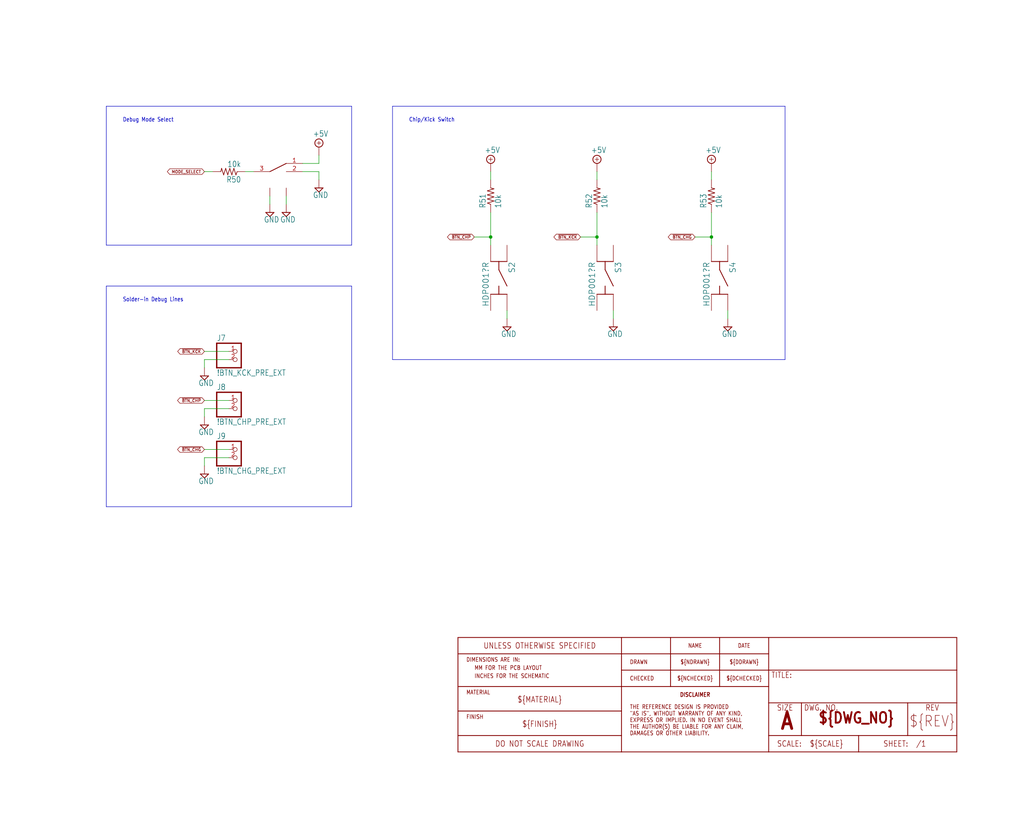
<source format=kicad_sch>
(kicad_sch (version 20230121) (generator eeschema)
  (paper "User" 318.084 254.203)
  (lib_symbols
    (symbol "kicker-eagle-import:CONN-2VERT"
      (property "Reference" "J" (at -6.35 5.715 0))
      (symbol "CONN-2VERT_1_0"
        (polyline (pts (xy -6.35 -2.54) (xy 1.27 -2.54)) (stroke (width 0.4064)))
        (polyline (pts (xy -6.35 5.08) (xy -6.35 -2.54)) (stroke (width 0.4064)))
        (polyline (pts (xy 1.27 -2.54) (xy 1.27 5.08)) (stroke (width 0.4064)))
        (polyline (pts (xy 1.27 5.08) (xy -6.35 5.08)) (stroke (width 0.4064)))
        (pin passive inverted (at -2.54 2.54 0) (length 2.54) (name "1") (number "1"))
        (pin passive inverted (at -2.54 0 0) (length 2.54) (name "2") (number "2"))
      )
    )
    (symbol "kicker-eagle-import:CSS-121XB"
      (symbol "CSS-121XB_1_0"
        (polyline (pts (xy -2.54 0) (xy 2.54 2.54)) (stroke (width 0.254)))
        (pin bidirectional line (at 7.62 2.54 180) (length 5.08) (name "A") (number "1"))
        (pin bidirectional line (at 7.62 0 180) (length 5.08) (name "B") (number "2"))
        (pin bidirectional line (at -7.62 0 0) (length 5.08) (name "COMMON") (number "3"))
      )
      (symbol "CSS-121XB_2_0"
        (pin bidirectional line (at -2.54 -2.54 90) (length 2.54) (name "LEG1") (number "LEG1"))
        (pin bidirectional line (at 2.54 -2.54 90) (length 2.54) (name "LEG2") (number "LEG4"))
      )
    )
    (symbol "kicker-eagle-import:GND" (power)
      (property "Value" "GND" (at -1.905 -3.175 0))
      (symbol "GND_1_0"
        (polyline (pts (xy -1.27 0) (xy 1.27 0)) (stroke (width 0.254)))
        (polyline (pts (xy 0 -1.27) (xy -1.27 0)) (stroke (width 0.254)))
        (polyline (pts (xy 1.27 0) (xy 0 -1.27)) (stroke (width 0.254)))
        (pin power_in line (at 0 2.54 270) (length 2.54) (name "GND") (number "1"))
      )
    )
    (symbol "kicker-eagle-import:HDP001?R"
      (property "Reference" "S" (at -5.08 5.08 0))
      (symbol "HDP001?R_1_0"
        (polyline (pts (xy -5.08 -2.54) (xy -5.08 0)) (stroke (width 0.254)))
        (polyline (pts (xy -5.08 0) (xy -2.54 0)) (stroke (width 0.254)))
        (polyline (pts (xy -5.08 2.54) (xy -5.08 0)) (stroke (width 0.254)))
        (polyline (pts (xy -2.54 0) (xy 2.54 2.54)) (stroke (width 0.254)))
        (polyline (pts (xy 5.08 -2.54) (xy 5.08 0)) (stroke (width 0.254)))
        (polyline (pts (xy 5.08 0) (xy 2.54 0)) (stroke (width 0.254)))
        (polyline (pts (xy 5.08 2.54) (xy 5.08 0)) (stroke (width 0.254)))
        (pin bidirectional line (at -10.16 2.54 0) (length 5.08) (name "A1") (number "A"))
        (pin bidirectional line (at 10.16 2.54 180) (length 5.08) (name "B1") (number "B"))
        (pin bidirectional line (at -10.16 -2.54 0) (length 5.08) (name "A2") (number "C"))
        (pin bidirectional line (at 10.16 -2.54 180) (length 5.08) (name "B2") (number "D"))
      )
    )
    (symbol "kicker-eagle-import:RO_FRAME_A_L_20161226"
      (symbol "RO_FRAME_A_L_20161226_1_0"
        (polyline (pts (xy 0 43.18) (xy 3.81 43.18)))
        (polyline (pts (xy 0 86.36) (xy 3.81 86.36)))
        (polyline (pts (xy 0 129.54) (xy 3.81 129.54)))
        (polyline (pts (xy 0 172.72) (xy 3.81 172.72)))
        (polyline (pts (xy 3.81 3.81) (xy 3.81 212.09)))
        (polyline (pts (xy 46.5667 0) (xy 46.5667 3.81)))
        (polyline (pts (xy 93.1333 0) (xy 93.1333 3.81)))
        (polyline (pts (xy 139.7 0) (xy 139.7 3.81)))
        (polyline (pts (xy 186.2667 0) (xy 186.2667 3.81)))
        (polyline (pts (xy 232.8333 0) (xy 232.8333 3.81)))
        (polyline (pts (xy 275.59 212.09) (xy 3.81 212.09)))
        (polyline (pts (xy 0 0) (xy 279.4 0) (xy 279.4 215.9) (xy 0 215.9) (xy 0 0)))
        (text "1" (at 23.2833 213.995 0) (effects (font (size 2.54 2.286))))
        (text "2" (at 69.85 213.995 0) (effects (font (size 2.54 2.286))))
        (text "3" (at 116.4167 213.995 0) (effects (font (size 2.54 2.286))))
        (text "4" (at 162.9833 213.995 0) (effects (font (size 2.54 2.286))))
        (text "5" (at 209.55 213.995 0) (effects (font (size 2.54 2.286))))
        (text "6" (at 256.1167 213.995 0) (effects (font (size 2.54 2.286))))
        (text "A" (at 1.905 194.31 0) (effects (font (size 2.54 2.286))))
        (text "B" (at 1.905 151.13 0) (effects (font (size 2.54 2.286))))
        (text "C" (at 1.905 107.95 0) (effects (font (size 2.54 2.286))))
        (text "D" (at 1.905 64.77 0) (effects (font (size 2.54 2.286))))
        (text "E" (at 1.905 21.59 0) (effects (font (size 2.54 2.286))))
      )
      (symbol "RO_FRAME_A_L_20161226_2_0"
        (polyline (pts (xy 0 0) (xy 0 5.08)) (stroke (width 0.254)))
        (polyline (pts (xy 0 5.08) (xy 0 12.7)) (stroke (width 0.254)))
        (polyline (pts (xy 0 12.7) (xy 0 20.32)) (stroke (width 0.254)))
        (polyline (pts (xy 0 12.7) (xy 50.8 12.7)) (stroke (width 0.254)))
        (polyline (pts (xy 0 20.32) (xy 0 30.48)) (stroke (width 0.254)))
        (polyline (pts (xy 0 30.48) (xy 0 35.56)) (stroke (width 0.254)))
        (polyline (pts (xy 0 30.48) (xy 50.8 30.48)) (stroke (width 0.254)))
        (polyline (pts (xy 0 35.56) (xy 50.8 35.56)) (stroke (width 0.254)))
        (polyline (pts (xy 50.8 0) (xy 0 0)) (stroke (width 0.254)))
        (polyline (pts (xy 50.8 5.08) (xy 0 5.08)) (stroke (width 0.254)))
        (polyline (pts (xy 50.8 5.08) (xy 50.8 0)) (stroke (width 0.254)))
        (polyline (pts (xy 50.8 12.7) (xy 50.8 5.08)) (stroke (width 0.254)))
        (polyline (pts (xy 50.8 20.32) (xy 0 20.32)) (stroke (width 0.254)))
        (polyline (pts (xy 50.8 20.32) (xy 50.8 12.7)) (stroke (width 0.254)))
        (polyline (pts (xy 50.8 20.32) (xy 50.8 25.4)) (stroke (width 0.254)))
        (polyline (pts (xy 50.8 25.4) (xy 50.8 30.48)) (stroke (width 0.254)))
        (polyline (pts (xy 50.8 25.4) (xy 96.52 25.4)) (stroke (width 0.254)))
        (polyline (pts (xy 50.8 30.48) (xy 96.52 30.48)) (stroke (width 0.254)))
        (polyline (pts (xy 50.8 35.56) (xy 50.8 30.48)) (stroke (width 0.254)))
        (polyline (pts (xy 50.8 35.56) (xy 66.04 35.56)) (stroke (width 0.254)))
        (polyline (pts (xy 66.04 20.32) (xy 50.8 20.32)) (stroke (width 0.254)))
        (polyline (pts (xy 66.04 35.56) (xy 66.04 20.32)) (stroke (width 0.254)))
        (polyline (pts (xy 66.04 35.56) (xy 81.28 35.56)) (stroke (width 0.254)))
        (polyline (pts (xy 81.28 20.32) (xy 66.04 20.32)) (stroke (width 0.254)))
        (polyline (pts (xy 81.28 35.56) (xy 81.28 20.32)) (stroke (width 0.254)))
        (polyline (pts (xy 81.28 35.56) (xy 96.52 35.56)) (stroke (width 0.254)))
        (polyline (pts (xy 96.52 0) (xy 50.8 0)) (stroke (width 0.254)))
        (polyline (pts (xy 96.52 0) (xy 96.52 5.08)) (stroke (width 0.254)))
        (polyline (pts (xy 96.52 5.08) (xy 96.52 15.24)) (stroke (width 0.254)))
        (polyline (pts (xy 96.52 5.08) (xy 106.68 5.08)) (stroke (width 0.254)))
        (polyline (pts (xy 96.52 15.24) (xy 96.52 20.32)) (stroke (width 0.254)))
        (polyline (pts (xy 96.52 15.24) (xy 106.68 15.24)) (stroke (width 0.254)))
        (polyline (pts (xy 96.52 20.32) (xy 81.28 20.32)) (stroke (width 0.254)))
        (polyline (pts (xy 96.52 20.32) (xy 96.52 25.4)) (stroke (width 0.254)))
        (polyline (pts (xy 96.52 25.4) (xy 96.52 30.48)) (stroke (width 0.254)))
        (polyline (pts (xy 96.52 25.4) (xy 154.94 25.4)) (stroke (width 0.254)))
        (polyline (pts (xy 96.52 30.48) (xy 96.52 35.56)) (stroke (width 0.254)))
        (polyline (pts (xy 96.52 35.56) (xy 154.94 35.56)) (stroke (width 0.254)))
        (polyline (pts (xy 106.68 5.08) (xy 124.46 5.08)) (stroke (width 0.254)))
        (polyline (pts (xy 106.68 15.24) (xy 106.68 5.08)) (stroke (width 0.254)))
        (polyline (pts (xy 106.68 15.24) (xy 139.7 15.24)) (stroke (width 0.254)))
        (polyline (pts (xy 124.46 0) (xy 96.52 0)) (stroke (width 0.254)))
        (polyline (pts (xy 124.46 5.08) (xy 124.46 0)) (stroke (width 0.254)))
        (polyline (pts (xy 124.46 5.08) (xy 139.7 5.08)) (stroke (width 0.254)))
        (polyline (pts (xy 139.7 5.08) (xy 154.94 5.08)) (stroke (width 0.254)))
        (polyline (pts (xy 139.7 15.24) (xy 139.7 5.08)) (stroke (width 0.254)))
        (polyline (pts (xy 139.7 15.24) (xy 154.94 15.24)) (stroke (width 0.254)))
        (polyline (pts (xy 154.94 0) (xy 124.46 0)) (stroke (width 0.254)))
        (polyline (pts (xy 154.94 5.08) (xy 154.94 0)) (stroke (width 0.254)))
        (polyline (pts (xy 154.94 15.24) (xy 154.94 5.08)) (stroke (width 0.254)))
        (polyline (pts (xy 154.94 25.4) (xy 154.94 15.24)) (stroke (width 0.254)))
        (polyline (pts (xy 154.94 35.56) (xy 154.94 25.4)) (stroke (width 0.254)))
        (text "${#}/${##}" (at 142.24 2.54 0) (effects (font (size 1.778 1.5113)) (justify left)))
        (text "${DCHECKED}" (at 88.9 22.86 0) (effects (font (size 1.27 1.0795))))
        (text "${DDRAWN}" (at 88.9 27.94 0) (effects (font (size 1.27 1.0795))))
        (text "${DWG_NO}" (at 111.76 8.636 0) (effects (font (size 3.302 2.8067) (thickness 0.5613) bold) (justify left bottom)))
        (text "${FINISH}" (at 25.4 7.62 0) (effects (font (size 1.778 1.5113)) (justify bottom)))
        (text "${MATERIAL}" (at 25.4 15.24 0) (effects (font (size 1.778 1.5113)) (justify bottom)))
        (text "${NCHECKED}" (at 73.66 22.86 0) (effects (font (size 1.27 1.0795))))
        (text "${NDRAWN}" (at 73.66 27.94 0) (effects (font (size 1.27 1.0795))))
        (text "${REV}" (at 147.32 7.62 0) (effects (font (size 3.302 2.8067)) (justify bottom)))
        (text "${SCALE}" (at 109.22 2.54 0) (effects (font (size 1.778 1.5113)) (justify left)))
        (text "${TITLE}" (at 104.14 20.32 0) (effects (font (size 3.302 2.8067)) (justify left)))
        (text "A" (at 99.822 6.604 0) (effects (font (size 5.08 4.318) (thickness 0.8636) bold) (justify left bottom)))
        (text "CHECKED" (at 53.34 22.86 0) (effects (font (size 1.27 1.0795)) (justify left)))
        (text "DATE" (at 88.9 33.02 0) (effects (font (size 1.27 1.0795))))
        (text "DIMENSIONS ARE IN:" (at 2.54 27.94 0) (effects (font (size 1.27 1.0795)) (justify left bottom)))
        (text "DISCLAIMER" (at 73.66 17.78 0) (effects (font (size 1.27 1.0795) (thickness 0.2159) bold)))
        (text "DO NOT SCALE DRAWING" (at 25.4 2.54 0) (effects (font (size 1.778 1.5113))))
        (text "DRAWN" (at 53.34 27.94 0) (effects (font (size 1.27 1.0795)) (justify left)))
        (text "DWG. NO." (at 107.442 12.7 0) (effects (font (size 1.778 1.5113)) (justify left bottom)))
        (text "FINISH" (at 2.54 10.16 0) (effects (font (size 1.27 1.0795)) (justify left bottom)))
        (text "INCHES FOR THE SCHEMATIC" (at 5.08 22.86 0) (effects (font (size 1.27 1.0795)) (justify left bottom)))
        (text "MATERIAL" (at 2.54 17.78 0) (effects (font (size 1.27 1.0795)) (justify left bottom)))
        (text "MM FOR THE PCB LAYOUT" (at 5.08 25.4 0) (effects (font (size 1.27 1.0795)) (justify left bottom)))
        (text "NAME" (at 73.66 33.02 0) (effects (font (size 1.27 1.0795))))
        (text "REV" (at 147.32 12.7 0) (effects (font (size 1.778 1.5113)) (justify bottom)))
        (text "SCALE:" (at 99.06 2.54 0) (effects (font (size 1.778 1.5113)) (justify left)))
        (text "SHEET:" (at 132.08 2.54 0) (effects (font (size 1.778 1.5113)) (justify left)))
        (text "SIZE" (at 101.6 12.7 0) (effects (font (size 1.778 1.5113)) (justify bottom)))
        (text "THE REFERENCE DESIGN IS PROVIDED\n\"AS IS\", WITHOUT WARRANTY OF ANY KIND,\nEXPRESS OR IMPLIED. IN NO EVENT SHALL\nTHE AUTHOR(S) BE LIABLE FOR ANY CLAIM,\nDAMAGES OR OTHER LIABILITY." (at 53.34 5.08 0) (effects (font (size 1.27 1.0795)) (justify left bottom)))
        (text "TITLE:" (at 97.282 22.86 0) (effects (font (size 1.778 1.5113)) (justify left bottom)))
        (text "UNLESS OTHERWISE SPECIFIED" (at 25.4 33.02 0) (effects (font (size 1.778 1.5113))))
      )
    )
    (symbol "kicker-eagle-import:rcl_R-US_R0603"
      (property "Reference" "R" (at -3.81 1.4986 0))
      (symbol "rcl_R-US_R0603_1_0"
        (polyline (pts (xy -2.54 0) (xy -2.159 1.016)) (stroke (width 0.2032)))
        (polyline (pts (xy -2.159 1.016) (xy -1.524 -1.016)) (stroke (width 0.2032)))
        (polyline (pts (xy -1.524 -1.016) (xy -0.889 1.016)) (stroke (width 0.2032)))
        (polyline (pts (xy -0.889 1.016) (xy -0.254 -1.016)) (stroke (width 0.2032)))
        (polyline (pts (xy -0.254 -1.016) (xy 0.381 1.016)) (stroke (width 0.2032)))
        (polyline (pts (xy 0.381 1.016) (xy 1.016 -1.016)) (stroke (width 0.2032)))
        (polyline (pts (xy 1.016 -1.016) (xy 1.651 1.016)) (stroke (width 0.2032)))
        (polyline (pts (xy 1.651 1.016) (xy 2.286 -1.016)) (stroke (width 0.2032)))
        (polyline (pts (xy 2.286 -1.016) (xy 2.54 0)) (stroke (width 0.2032)))
        (pin passive line (at -5.08 0 0) (length 2.54) (name "1") (number "1"))
        (pin passive line (at 5.08 0 180) (length 2.54) (name "2") (number "2"))
      )
    )
    (symbol "kicker-eagle-import:supply2_+5V" (power)
      (property "Value" "supply2_+5V" (at -1.905 3.175 0))
      (symbol "supply2_+5V_1_0"
        (polyline (pts (xy -0.635 1.27) (xy 0.635 1.27)) (stroke (width 0.1524)))
        (polyline (pts (xy 0 0.635) (xy 0 1.905)) (stroke (width 0.1524)))
        (circle (center 0 1.27) (radius 1.27) (stroke (width 0.254)))
        (pin power_in line (at 0 -2.54 90) (length 2.54) (name "+5V") (number "1"))
      )
    )
  )
  (junction (at 220.98 73.66))
  (junction (at 152.4 73.66))
  (junction (at 185.42 73.66))
  (wire (pts (xy 157.48 96.52) (xy 157.48 99.06)) (stroke (width 0.1524)))
  (wire (pts (xy 226.06 96.52) (xy 226.06 99.06)) (stroke (width 0.1524)))
  (polyline (pts (xy 243.84 33.02) (xy 121.92 33.02)) (stroke (width 0.1524) (type solid)))
  (wire (pts (xy 185.42 73.66) (xy 180.34 73.66)) (stroke (width 0.1524)))
  (wire (pts (xy 71.12 109.22) (xy 63.5 109.22)) (stroke (width 0.1524)))
  (wire (pts (xy 152.4 76.2) (xy 152.4 73.66)) (stroke (width 0.1524)))
  (wire (pts (xy 93.98 53.34) (xy 99.06 53.34)) (stroke (width 0.1524)))
  (wire (pts (xy 190.5 96.52) (xy 190.5 99.06)) (stroke (width 0.1524)))
  (wire (pts (xy 63.5 142.24) (xy 63.5 144.78)) (stroke (width 0.1524)))
  (polyline (pts (xy 121.92 33.02) (xy 121.92 111.76)) (stroke (width 0.1524) (type solid)))
  (polyline (pts (xy 109.22 33.02) (xy 33.02 33.02)) (stroke (width 0.1524) (type solid)))
  (wire (pts (xy 66.04 53.34) (xy 63.5 53.34)) (stroke (width 0.1524)))
  (wire (pts (xy 71.12 139.7) (xy 63.5 139.7)) (stroke (width 0.1524)))
  (wire (pts (xy 63.5 111.76) (xy 63.5 114.3)) (stroke (width 0.1524)))
  (wire (pts (xy 71.12 111.76) (xy 63.5 111.76)) (stroke (width 0.1524)))
  (wire (pts (xy 152.4 73.66) (xy 147.32 73.66)) (stroke (width 0.1524)))
  (polyline (pts (xy 33.02 157.48) (xy 33.02 88.9)) (stroke (width 0.1524) (type solid)))
  (wire (pts (xy 93.98 50.8) (xy 99.06 50.8)) (stroke (width 0.1524)))
  (wire (pts (xy 185.42 73.66) (xy 185.42 66.04)) (stroke (width 0.1524)))
  (polyline (pts (xy 109.22 76.2) (xy 109.22 33.02)) (stroke (width 0.1524) (type solid)))
  (wire (pts (xy 99.06 50.8) (xy 99.06 48.26)) (stroke (width 0.1524)))
  (wire (pts (xy 220.98 73.66) (xy 215.9 73.66)) (stroke (width 0.1524)))
  (polyline (pts (xy 33.02 88.9) (xy 109.22 88.9)) (stroke (width 0.1524) (type solid)))
  (wire (pts (xy 76.2 53.34) (xy 78.74 53.34)) (stroke (width 0.1524)))
  (wire (pts (xy 71.12 142.24) (xy 63.5 142.24)) (stroke (width 0.1524)))
  (polyline (pts (xy 109.22 157.48) (xy 33.02 157.48)) (stroke (width 0.1524) (type solid)))
  (wire (pts (xy 185.42 53.34) (xy 185.42 55.88)) (stroke (width 0.1524)))
  (wire (pts (xy 71.12 127) (xy 63.5 127)) (stroke (width 0.1524)))
  (wire (pts (xy 71.12 124.46) (xy 63.5 124.46)) (stroke (width 0.1524)))
  (wire (pts (xy 220.98 76.2) (xy 220.98 73.66)) (stroke (width 0.1524)))
  (wire (pts (xy 83.82 60.96) (xy 83.82 63.5)) (stroke (width 0.1524)))
  (polyline (pts (xy 33.02 33.02) (xy 33.02 76.2)) (stroke (width 0.1524) (type solid)))
  (wire (pts (xy 99.06 53.34) (xy 99.06 55.88)) (stroke (width 0.1524)))
  (polyline (pts (xy 33.02 76.2) (xy 109.22 76.2)) (stroke (width 0.1524) (type solid)))
  (polyline (pts (xy 121.92 111.76) (xy 243.84 111.76)) (stroke (width 0.1524) (type solid)))
  (wire (pts (xy 185.42 76.2) (xy 185.42 73.66)) (stroke (width 0.1524)))
  (wire (pts (xy 152.4 53.34) (xy 152.4 55.88)) (stroke (width 0.1524)))
  (wire (pts (xy 152.4 73.66) (xy 152.4 66.04)) (stroke (width 0.1524)))
  (wire (pts (xy 63.5 127) (xy 63.5 129.54)) (stroke (width 0.1524)))
  (wire (pts (xy 220.98 53.34) (xy 220.98 55.88)) (stroke (width 0.1524)))
  (polyline (pts (xy 109.22 88.9) (xy 109.22 157.48)) (stroke (width 0.1524) (type solid)))
  (wire (pts (xy 88.9 60.96) (xy 88.9 63.5)) (stroke (width 0.1524)))
  (wire (pts (xy 220.98 73.66) (xy 220.98 66.04)) (stroke (width 0.1524)))
  (polyline (pts (xy 243.84 111.76) (xy 243.84 33.02)) (stroke (width 0.1524) (type solid)))
  (text "Solder-in Debug Lines" (at 38.1 93.98 0) (effects (font (size 1.27 1.0795)) (justify left bottom)))
  (text "Chip/Kick Switch" (at 127 38.1 0) (effects (font (size 1.27 1.0795)) (justify left bottom)))
  (text "Debug Mode Select" (at 38.1 38.1 0) (effects (font (size 1.27 1.0795)) (justify left bottom)))
  (global_label "~{BTN_KCK}" (shape bidirectional) (at 180.34 73.66 180) (effects (font (size 0.889 0.889))) (property "Intersheetrefs" "${INTERSHEET_REFS}" (effects hide)))
  (global_label "~{BTN_CHP}" (shape bidirectional) (at 63.5 124.46 180) (effects (font (size 0.889 0.889))) (property "Intersheetrefs" "${INTERSHEET_REFS}" (effects hide)))
  (global_label "~{BTN_KCK}" (shape bidirectional) (at 63.5 109.22 180) (effects (font (size 0.889 0.889))) (property "Intersheetrefs" "${INTERSHEET_REFS}" (effects hide)))
  (global_label "~{BTN_CHG}" (shape bidirectional) (at 215.9 73.66 180) (effects (font (size 0.889 0.889))) (property "Intersheetrefs" "${INTERSHEET_REFS}" (effects hide)))
  (global_label "~{BTN_CHG}" (shape bidirectional) (at 63.5 139.7 180) (effects (font (size 0.889 0.889))) (property "Intersheetrefs" "${INTERSHEET_REFS}" (effects hide)))
  (global_label "MODE_SELECT" (shape bidirectional) (at 63.5 53.34 180) (effects (font (size 0.889 0.889))) (property "Intersheetrefs" "${INTERSHEET_REFS}" (effects hide)))
  (global_label "~{BTN_CHP}" (shape bidirectional) (at 147.32 73.66 180) (effects (font (size 0.889 0.889))) (property "Intersheetrefs" "${INTERSHEET_REFS}" (effects hide)))
  (symbol (lib_id "kicker-eagle-import:GND") (at 226.06 101.6 0) (unit 1)
    (property "Reference" "#SUPPLY109" (effects hide))
    (property "Value" "GND" (at 224.155 104.775 0) (effects (font (size 1.778 1.5113)) (justify left bottom)))
  )
  (symbol (lib_id "kicker-eagle-import:GND") (at 63.5 147.32 0) (unit 1)
    (property "Reference" "#SUPPLY99" (effects hide))
    (property "Value" "GND" (at 61.595 150.495 0) (effects (font (size 1.778 1.5113)) (justify left bottom)))
  )
  (symbol (lib_id "kicker-eagle-import:CONN-2VERT") (at 73.66 142.24 0) (unit 1)
    (property "Reference" "J9" (at 67.31 136.525 0) (effects (font (size 1.778 1.5113)) (justify left bottom)))
    (property "Value" "!BTN_CHG_PRE_EXT" (at 67.31 147.32 0) (effects (font (size 1.778 1.5113)) (justify left bottom)))
    (property "Footprint" "kicker:1X2" (effects hide))
  )
  (symbol (lib_id "kicker-eagle-import:GND") (at 190.5 101.6 0) (unit 1)
    (property "Reference" "#SUPPLY107" (effects hide))
    (property "Value" "GND" (at 188.595 104.775 0) (effects (font (size 1.778 1.5113)) (justify left bottom)))
  )
  (symbol (lib_id "kicker-eagle-import:HDP001?R") (at 223.52 86.36 270) (unit 1)
    (property "Reference" "S4" (at 228.6 81.28 0) (effects (font (size 1.778 1.778)) (justify left top)))
    (property "Value" "HDP001?R" (at 218.44 81.28 0) (effects (font (size 1.778 1.778)) (justify left bottom)))
    (property "Footprint" "kicker:HDP001R" (effects hide))
  )
  (symbol (lib_id "kicker-eagle-import:rcl_R-US_R0603") (at 185.42 60.96 90) (unit 1)
    (property "Reference" "R52" (at 183.9214 64.77 0) (effects (font (size 1.778 1.5113)) (justify left bottom)))
    (property "Value" "10k" (at 188.722 64.77 0) (effects (font (size 1.778 1.5113)) (justify left bottom)))
    (property "Footprint" "kicker:R0603" (effects hide))
  )
  (symbol (lib_id "kicker-eagle-import:GND") (at 63.5 116.84 0) (unit 1)
    (property "Reference" "#SUPPLY97" (effects hide))
    (property "Value" "GND" (at 61.595 120.015 0) (effects (font (size 1.778 1.5113)) (justify left bottom)))
  )
  (symbol (lib_id "kicker-eagle-import:rcl_R-US_R0603") (at 71.12 53.34 180) (unit 1)
    (property "Reference" "R50" (at 74.93 54.8386 0) (effects (font (size 1.778 1.5113)) (justify left bottom)))
    (property "Value" "10k" (at 74.93 50.038 0) (effects (font (size 1.778 1.5113)) (justify left bottom)))
    (property "Footprint" "kicker:R0603" (effects hide))
  )
  (symbol (lib_id "kicker-eagle-import:CSS-121XB") (at 86.36 58.42 0) (unit 2)
    (property "Reference" "S1" (effects hide))
    (property "Value" "CSS-121XB" (effects hide))
    (property "Footprint" "kicker:CSS-121XB" (effects hide))
  )
  (symbol (lib_id "kicker-eagle-import:HDP001?R") (at 187.96 86.36 270) (unit 1)
    (property "Reference" "S3" (at 193.04 81.28 0) (effects (font (size 1.778 1.778)) (justify left top)))
    (property "Value" "HDP001?R" (at 182.88 81.28 0) (effects (font (size 1.778 1.778)) (justify left bottom)))
    (property "Footprint" "kicker:HDP001R" (effects hide))
  )
  (symbol (lib_id "kicker-eagle-import:supply2_+5V") (at 185.42 50.8 0) (unit 1)
    (property "Reference" "#SUPPLY106" (effects hide))
    (property "Value" "+5V" (at 183.515 47.625 0) (effects (font (size 1.778 1.5113)) (justify left bottom)))
  )
  (symbol (lib_id "kicker-eagle-import:CSS-121XB") (at 86.36 53.34 0) (unit 1)
    (property "Reference" "S1" (effects hide))
    (property "Value" "CSS-121XB" (effects hide))
    (property "Footprint" "kicker:CSS-121XB" (effects hide))
  )
  (symbol (lib_id "kicker-eagle-import:GND") (at 99.06 58.42 0) (unit 1)
    (property "Reference" "#SUPPLY103" (effects hide))
    (property "Value" "GND" (at 97.155 61.595 0) (effects (font (size 1.778 1.5113)) (justify left bottom)))
  )
  (symbol (lib_id "kicker-eagle-import:GND") (at 157.48 101.6 0) (unit 1)
    (property "Reference" "#SUPPLY105" (effects hide))
    (property "Value" "GND" (at 155.575 104.775 0) (effects (font (size 1.778 1.5113)) (justify left bottom)))
  )
  (symbol (lib_id "kicker-eagle-import:rcl_R-US_R0603") (at 152.4 60.96 90) (unit 1)
    (property "Reference" "R51" (at 150.9014 64.77 0) (effects (font (size 1.778 1.5113)) (justify left bottom)))
    (property "Value" "10k" (at 155.702 64.77 0) (effects (font (size 1.778 1.5113)) (justify left bottom)))
    (property "Footprint" "kicker:R0603" (effects hide))
  )
  (symbol (lib_id "kicker-eagle-import:supply2_+5V") (at 99.06 45.72 0) (unit 1)
    (property "Reference" "#SUPPLY102" (effects hide))
    (property "Value" "+5V" (at 97.155 42.545 0) (effects (font (size 1.778 1.5113)) (justify left bottom)))
  )
  (symbol (lib_id "kicker-eagle-import:CONN-2VERT") (at 73.66 127 0) (unit 1)
    (property "Reference" "J8" (at 67.31 121.285 0) (effects (font (size 1.778 1.5113)) (justify left bottom)))
    (property "Value" "!BTN_CHP_PRE_EXT" (at 67.31 132.08 0) (effects (font (size 1.778 1.5113)) (justify left bottom)))
    (property "Footprint" "kicker:1X2" (effects hide))
  )
  (symbol (lib_id "kicker-eagle-import:rcl_R-US_R0603") (at 220.98 60.96 90) (unit 1)
    (property "Reference" "R53" (at 219.4814 64.77 0) (effects (font (size 1.778 1.5113)) (justify left bottom)))
    (property "Value" "10k" (at 224.282 64.77 0) (effects (font (size 1.778 1.5113)) (justify left bottom)))
    (property "Footprint" "kicker:R0603" (effects hide))
  )
  (symbol (lib_id "kicker-eagle-import:GND") (at 63.5 132.08 0) (unit 1)
    (property "Reference" "#SUPPLY98" (effects hide))
    (property "Value" "GND" (at 61.595 135.255 0) (effects (font (size 1.778 1.5113)) (justify left bottom)))
  )
  (symbol (lib_id "kicker-eagle-import:supply2_+5V") (at 220.98 50.8 0) (unit 1)
    (property "Reference" "#SUPPLY108" (effects hide))
    (property "Value" "+5V" (at 219.075 47.625 0) (effects (font (size 1.778 1.5113)) (justify left bottom)))
  )
  (symbol (lib_id "kicker-eagle-import:CONN-2VERT") (at 73.66 111.76 0) (unit 1)
    (property "Reference" "J7" (at 67.31 106.045 0) (effects (font (size 1.778 1.5113)) (justify left bottom)))
    (property "Value" "!BTN_KCK_PRE_EXT" (at 67.31 116.84 0) (effects (font (size 1.778 1.5113)) (justify left bottom)))
    (property "Footprint" "kicker:1X2" (effects hide))
  )
  (symbol (lib_id "kicker-eagle-import:GND") (at 88.9 66.04 0) (unit 1)
    (property "Reference" "#SUPPLY101" (effects hide))
    (property "Value" "GND" (at 86.995 69.215 0) (effects (font (size 1.778 1.5113)) (justify left bottom)))
  )
  (symbol (lib_id "kicker-eagle-import:GND") (at 83.82 66.04 0) (unit 1)
    (property "Reference" "#SUPPLY100" (effects hide))
    (property "Value" "GND" (at 81.915 69.215 0) (effects (font (size 1.778 1.5113)) (justify left bottom)))
  )
  (symbol (lib_id "kicker-eagle-import:RO_FRAME_A_L_20161226") (at 142.24 233.68 0) (unit 2)
    (property "Reference" "#FRAME9" (effects hide))
    (property "Value" "RO_FRAME_A_L_20161226" (effects hide))
  )
  (symbol (lib_id "kicker-eagle-import:supply2_+5V") (at 152.4 50.8 0) (unit 1)
    (property "Reference" "#SUPPLY104" (effects hide))
    (property "Value" "+5V" (at 150.495 47.625 0) (effects (font (size 1.778 1.5113)) (justify left bottom)))
  )
  (symbol (lib_id "kicker-eagle-import:HDP001?R") (at 154.94 86.36 270) (unit 1)
    (property "Reference" "S2" (at 160.02 81.28 0) (effects (font (size 1.778 1.778)) (justify left top)))
    (property "Value" "HDP001?R" (at 149.86 81.28 0) (effects (font (size 1.778 1.778)) (justify left bottom)))
    (property "Footprint" "kicker:HDP001R" (effects hide))
  )
)
</source>
